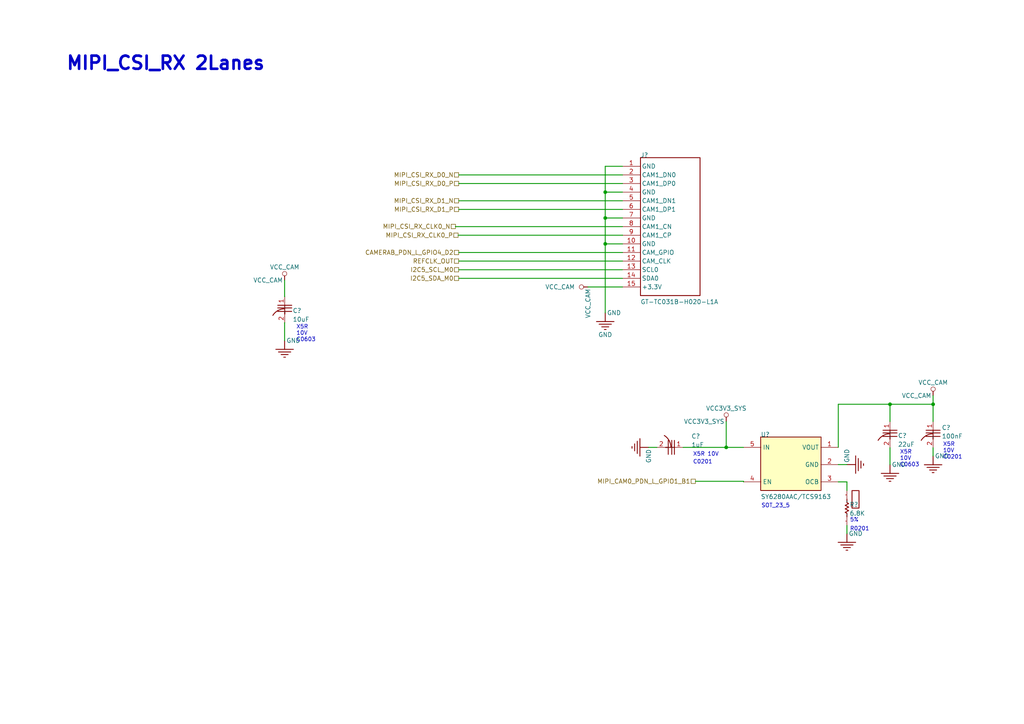
<source format=kicad_sch>
(kicad_sch (version 20230819) (generator eeschema)
  (paper "A4")
  (lib_symbols
    (symbol "cm3568 LPDDR4-altium-import:GND" (power)
      (property "Reference" "#PWR" (at 0 0 0))
      (property "Value" "GND" (at 0 6.35 0))
      (symbol "GND_0_0"
        (polyline (pts (xy -2.54 -2.54) (xy 2.54 -2.54)) (stroke (width 0.254)))
        (polyline (pts (xy -1.778 -3.302) (xy 1.778 -3.302)) (stroke (width 0.254)))
        (polyline (pts (xy -1.016 -4.064) (xy 1.016 -4.064)) (stroke (width 0.254)))
        (polyline (pts (xy -0.254 -4.826) (xy 0.254 -4.826)) (stroke (width 0.254)))
        (polyline (pts (xy 0 0) (xy 0 -2.54)) (stroke (width 0.254)))
        (pin power_in line (at 0 0 0) (length 0) (name "GND") (number ""))
      )
    )
    (symbol "cm3568 LPDDR4-altium-import:VCC3V3_SYS" (power)
      (property "Reference" "#PWR" (at 0 0 0))
      (property "Value" "VCC3V3_SYS" (at 0 3.81 0))
      (symbol "VCC3V3_SYS_0_0"
        (circle (center 0 -1.905) (radius 0.635) (stroke (width 0.127)))
        (polyline (pts (xy 0 0) (xy 0 -1.27)) (stroke (width 0.254)))
        (pin power_in line (at 0 0 0) (length 0) (name "VCC3V3_SYS") (number ""))
      )
    )
    (symbol "cm3568 LPDDR4-altium-import:VCC_CAM" (power)
      (property "Reference" "#PWR" (at 0 0 0))
      (property "Value" "VCC_CAM" (at 0 3.81 0))
      (symbol "VCC_CAM_0_0"
        (circle (center 0 -1.905) (radius 0.635) (stroke (width 0.127)))
        (polyline (pts (xy 0 0) (xy 0 -1.27)) (stroke (width 0.254)))
        (pin power_in line (at 0 0 0) (length 0) (name "VCC_CAM") (number ""))
      )
    )
    (symbol "cm3568 LPDDR4-altium-import:root_0_CSI_CON"
      (symbol "root_0_CSI_CON_1_0"
        (rectangle (start 15 17.5) (end -2.286 -22.5) (stroke (width 0.254)))
        (pin passive line (at -7.5 15 0) (length 5.08) (name "GND") (number "1"))
        (pin passive line (at -7.5 -7.5 0) (length 5.08) (name "GND") (number "10"))
        (pin passive line (at -7.5 -10 0) (length 5.08) (name "CAM_GPIO") (number "11"))
        (pin passive line (at -7.5 -12.5 0) (length 5.08) (name "CAM_CLK") (number "12"))
        (pin passive line (at -7.5 -15 0) (length 5.08) (name "SCL0") (number "13"))
        (pin passive line (at -7.5 -17.5 0) (length 5.08) (name "SDA0") (number "14"))
        (pin passive line (at -7.5 -20 0) (length 5.08) (name "+3.3V") (number "15"))
        (pin passive line (at -7.5 12.5 0) (length 5.08) (name "CAM1_DN0") (number "2"))
        (pin passive line (at -7.5 10 0) (length 5.08) (name "CAM1_DP0") (number "3"))
        (pin passive line (at -7.5 7.5 0) (length 5.08) (name "GND") (number "4"))
        (pin passive line (at -7.5 5 0) (length 5.08) (name "CAM1_DN1") (number "5"))
        (pin passive line (at -7.5 2.5 0) (length 5.08) (name "CAM1_DP1") (number "6"))
        (pin passive line (at -7.5 0 0) (length 5.08) (name "GND") (number "7"))
        (pin passive line (at -7.5 -2.5 0) (length 5.08) (name "CAM1_CN") (number "8"))
        (pin passive line (at -7.5 -5 0) (length 5.08) (name "CAM1_CP") (number "9"))
      )
    )
    (symbol "cm3568 LPDDR4-altium-import:root_0_SY6280AAC/TCS9163"
      (symbol "root_0_SY6280AAC/TCS9163_1_0"
        (rectangle (start 7.5 10.494) (end -10 -5) (stroke (width 0.254) (color 128 0 0 1)) (fill (type background)))
        (pin passive line (at 12.5 7.5 180) (length 5.08) (name "VOUT") (number "1"))
        (pin passive line (at 12.5 2.5 180) (length 5.08) (name "GND") (number "2"))
        (pin power_in line (at 12.5 -2.5 180) (length 5.08) (name "OCB") (number "3"))
        (pin passive line (at -15 -2.5 0) (length 5.08) (name "EN") (number "4"))
        (pin power_in line (at -15 7.5 0) (length 5.08) (name "IN") (number "5"))
      )
    )
    (symbol "cm3568 LPDDR4-altium-import:root_0_mirrored_C0201_1uF"
      (symbol "root_0_mirrored_C0201_1uF_1_0"
        (arc (start -1.5255 -0.5697) (mid -2.132 0.2575) (end -2.9264 0.9065) (stroke (width 0.254)))
        (arc (start -1.016 -2.54) (mid -1.1454 -1.5225) (end -1.5255 -0.5697) (stroke (width 0.254)))
        (polyline (pts (xy -2.54 -2.54) (xy -1.778 -2.54)) (stroke (width 0.254)))
        (polyline (pts (xy -1.778 -0.508) (xy -1.778 -4.572)) (stroke (width 0.254)))
        (polyline (pts (xy -1.016 -2.54) (xy -2.54 -2.54)) (stroke (width 0.254)))
        (polyline (pts (xy -0.762 -4.572) (xy -0.762 -0.508)) (stroke (width 0.254)))
        (polyline (pts (xy 0 -4.572) (xy 0 -0.508)) (stroke (width 0.254)))
        (polyline (pts (xy 0 -2.54) (xy -0.762 -2.54)) (stroke (width 0.254)))
        (pin passive line (at 2.54 -2.54 180) (length 2.54) (name "1") (number "1"))
        (pin passive line (at -5.08 -2.54 0) (length 2.54) (name "2") (number "2"))
      )
    )
    (symbol "cm3568 LPDDR4-altium-import:root_1_R0201_6.8K"
      (symbol "root_1_R0201_6.8K_1_0"
        (polyline (pts (xy 0.04 2.58) (xy 0.04 1.564) (xy 0.548 1.31) (xy -0.468 0.802) (xy 0.548 0.294) (xy -0.468 -0.214) (xy 0.548 -0.722) (xy -0.468 -1.23) (xy 0.04 -1.484) (xy 0.04 -2.5)) (stroke (width 0.254)))
        (rectangle (start 3.556 5.08) (end 1.524 0) (stroke (width 0.254)))
        (pin passive line (at 0.04 -5.04 90) (length 2.54) (name "1") (number "1"))
        (pin passive line (at 0.04 5.12 270) (length 2.54) (name "2") (number "2"))
      )
    )
    (symbol "cm3568 LPDDR4-altium-import:root_3_C0201_100nF"
      (symbol "root_3_C0201_100nF_1_0"
        (arc (start -4.5103 -1.5255) (mid -5.3375 -2.132) (end -5.9865 -2.9264) (stroke (width 0.254)))
        (arc (start -2.54 -1.016) (mid -3.5575 -1.1454) (end -4.5103 -1.5255) (stroke (width 0.254)))
        (polyline (pts (xy -4.572 -0.762) (xy -0.508 -0.762)) (stroke (width 0.254)))
        (polyline (pts (xy -4.572 0) (xy -0.508 0)) (stroke (width 0.254)))
        (polyline (pts (xy -2.54 -2.54) (xy -2.54 -1.778)) (stroke (width 0.254)))
        (polyline (pts (xy -2.54 -1.016) (xy -2.54 -2.54)) (stroke (width 0.254)))
        (polyline (pts (xy -2.54 0) (xy -2.54 -0.762)) (stroke (width 0.254)))
        (polyline (pts (xy -0.508 -1.778) (xy -4.572 -1.778)) (stroke (width 0.254)))
        (pin passive line (at -2.54 2.54 270) (length 2.54) (name "1") (number "1"))
        (pin passive line (at -2.54 -5.08 90) (length 2.54) (name "2") (number "2"))
      )
    )
    (symbol "cm3568 LPDDR4-altium-import:root_3_C0603_10uF"
      (symbol "root_3_C0603_10uF_1_0"
        (arc (start -4.5103 -1.5255) (mid -5.3375 -2.132) (end -5.9865 -2.9264) (stroke (width 0.254)))
        (arc (start -2.54 -1.016) (mid -3.5575 -1.1454) (end -4.5103 -1.5255) (stroke (width 0.254)))
        (polyline (pts (xy -4.572 -0.762) (xy -0.508 -0.762)) (stroke (width 0.254)))
        (polyline (pts (xy -4.572 0) (xy -0.508 0)) (stroke (width 0.254)))
        (polyline (pts (xy -2.54 -2.54) (xy -2.54 -1.778)) (stroke (width 0.254)))
        (polyline (pts (xy -2.54 -1.016) (xy -2.54 -2.54)) (stroke (width 0.254)))
        (polyline (pts (xy -2.54 0) (xy -2.54 -0.762)) (stroke (width 0.254)))
        (polyline (pts (xy -0.508 -1.778) (xy -4.572 -1.778)) (stroke (width 0.254)))
        (pin passive line (at -2.54 2.54 270) (length 2.54) (name "1") (number "1"))
        (pin passive line (at -2.54 -5.08 90) (length 2.54) (name "2") (number "2"))
      )
    )
    (symbol "cm3568 LPDDR4-altium-import:root_3_C0603_22uF_10V"
      (symbol "root_3_C0603_22uF_10V_1_0"
        (arc (start -4.5103 -1.5255) (mid -5.3375 -2.132) (end -5.9865 -2.9264) (stroke (width 0.254)))
        (arc (start -2.54 -1.016) (mid -3.5575 -1.1454) (end -4.5103 -1.5255) (stroke (width 0.254)))
        (polyline (pts (xy -4.572 -0.762) (xy -0.508 -0.762)) (stroke (width 0.254)))
        (polyline (pts (xy -4.572 0) (xy -0.508 0)) (stroke (width 0.254)))
        (polyline (pts (xy -2.54 -2.54) (xy -2.54 -1.778)) (stroke (width 0.254)))
        (polyline (pts (xy -2.54 -1.016) (xy -2.54 -2.54)) (stroke (width 0.254)))
        (polyline (pts (xy -2.54 0) (xy -2.54 -0.762)) (stroke (width 0.254)))
        (polyline (pts (xy -0.508 -1.778) (xy -4.572 -1.778)) (stroke (width 0.254)))
        (pin passive line (at -2.54 2.54 270) (length 2.54) (name "1") (number "1"))
        (pin passive line (at -2.54 -5.08 90) (length 2.54) (name "2") (number "2"))
      )
    )
  )
  (junction (at 175.546 70.732))
  (junction (at 210.638 129.756))
  (junction (at 175.546 55.732))
  (junction (at 175.546 63.232))
  (junction (at 270.638 117.256))
  (junction (at 258.138 117.256))
  (wire (pts (xy 180.546 75.732) (xy 133.046 75.732)) (stroke (width 0.254)))
  (wire (pts (xy 180.546 55.732) (xy 175.546 55.732)) (stroke (width 0.254)))
  (wire (pts (xy 188.138 129.756) (xy 190.518 129.756)) (stroke (width 0.254)))
  (wire (pts (xy 180.546 68.232) (xy 180.546 68.224)) (stroke (width 0.254)))
  (wire (pts (xy 270.638 117.256) (xy 270.638 114.756)) (stroke (width 0.254)))
  (wire (pts (xy 180.546 50.732) (xy 133.046 50.732)) (stroke (width 0.254)))
  (wire (pts (xy 245.638 139.756) (xy 245.638 142.256)) (stroke (width 0.254)))
  (wire (pts (xy 180.546 63.232) (xy 175.546 63.232)) (stroke (width 0.254)))
  (wire (pts (xy 215.638 129.756) (xy 210.638 129.756)) (stroke (width 0.254)))
  (wire (pts (xy 245.638 134.756) (xy 243.138 134.756)) (stroke (width 0.254)))
  (wire (pts (xy 180.546 70.732) (xy 175.546 70.732)) (stroke (width 0.254)))
  (wire (pts (xy 180.546 78.232) (xy 133.046 78.232)) (stroke (width 0.254)))
  (wire (pts (xy 270.638 117.256) (xy 270.638 122.256)) (stroke (width 0.254)))
  (wire (pts (xy 258.138 129.876) (xy 258.138 134.756)) (stroke (width 0.254)))
  (wire (pts (xy 82.55 86.004) (xy 82.588 86.004)) (stroke (width 0.254)))
  (wire (pts (xy 258.138 117.256) (xy 243.138 117.256)) (stroke (width 0.254)))
  (wire (pts (xy 210.638 129.756) (xy 198.138 129.756)) (stroke (width 0.254)))
  (wire (pts (xy 175.546 70.732) (xy 175.546 90.732)) (stroke (width 0.254)))
  (wire (pts (xy 132.118 65.732) (xy 132.118 65.684)) (stroke (width 0.254)))
  (wire (pts (xy 180.546 58.232) (xy 133.046 58.232)) (stroke (width 0.254)))
  (wire (pts (xy 82.55 93.624) (xy 82.588 93.624)) (stroke (width 0.254)))
  (wire (pts (xy 82.55 81.28) (xy 82.55 86.004)) (stroke (width 0.254)))
  (wire (pts (xy 175.546 63.232) (xy 175.546 70.732)) (stroke (width 0.254)))
  (wire (pts (xy 175.546 55.732) (xy 175.546 63.232)) (stroke (width 0.254)))
  (wire (pts (xy 180.546 73.232) (xy 133.046 73.232)) (stroke (width 0.254)))
  (wire (pts (xy 210.638 122.256) (xy 210.638 129.756)) (stroke (width 0.254)))
  (wire (pts (xy 180.546 80.732) (xy 133.046 80.732)) (stroke (width 0.254)))
  (wire (pts (xy 175.546 48.232) (xy 175.546 55.732)) (stroke (width 0.254)))
  (wire (pts (xy 180.546 48.232) (xy 175.546 48.232)) (stroke (width 0.254)))
  (wire (pts (xy 243.138 139.756) (xy 245.638 139.756)) (stroke (width 0.254)))
  (wire (pts (xy 270.638 129.876) (xy 270.638 132.256)) (stroke (width 0.254)))
  (wire (pts (xy 180.546 83.232) (xy 170.546 83.232)) (stroke (width 0.254)))
  (wire (pts (xy 180.546 68.224) (xy 132.88 68.224)) (stroke (width 0.254)))
  (wire (pts (xy 215.638 139.598) (xy 201.714 139.598)) (stroke (width 0.254)))
  (wire (pts (xy 180.546 60.732) (xy 133.046 60.732)) (stroke (width 0.254)))
  (wire (pts (xy 82.55 98.78) (xy 82.55 93.624)) (stroke (width 0.254)))
  (wire (pts (xy 180.546 65.732) (xy 132.118 65.732)) (stroke (width 0.254)))
  (wire (pts (xy 243.138 117.256) (xy 243.138 129.756)) (stroke (width 0.254)))
  (wire (pts (xy 270.638 117.256) (xy 258.138 117.256)) (stroke (width 0.254)))
  (wire (pts (xy 258.138 122.256) (xy 258.138 117.256)) (stroke (width 0.254)))
  (wire (pts (xy 180.546 53.232) (xy 133.046 53.232)) (stroke (width 0.254)))
  (wire (pts (xy 245.638 154.756) (xy 245.638 152.416)) (stroke (width 0.254)))
  (wire (pts (xy 215.638 139.756) (xy 215.638 139.598)) (stroke (width 0.254)))
  (text_box "X5R 10V" (at 210.114 130.05 0) (size -10 2.892) (stroke (width -0.0001) (color 0 0 0 1)) (effects (font (size 1.143 1.143)) (justify left top)))
  (text_box "X5R\n10V\nC0603" (at 267.634 129.428 0) (size -7.5 8.138) (stroke (width -0.0001) (color 0 0 0 1)) (effects (font (size 1.143 1.143)) (justify left top)))
  (text_box "C0201" (at 212.614 132.296 0) (size -12.5 3.048) (stroke (width -0.0001) (color 0 0 0 1)) (effects (font (size 1.143 1.143)) (justify left top)))
  (text_box "SOT_23_5" (at 232.426 144.996 0) (size -12.5 3.44) (stroke (width -0.0001) (color 0 0 0 1)) (effects (font (size 1.143 1.143)) (justify left top)))
  (text_box "MIPI_CSI_RX 2Lanes" (at 115.546 13.136 0) (size -99.422 10.16) (stroke (width -0.0001) (color 0 0 0 1)) (effects (font (size 3.81 3.81) bold) (justify left top)))
  (text_box "R0201" (at 253.138 151.708 0) (size -7.5 3.048) (stroke (width -0.0001) (color 0 0 0 1)) (effects (font (size 1.143 1.143)) (justify left top)))
  (text_box "X5R\n10V\nC0603" (at 92.55 93.142 0) (size -7.5 8.138) (stroke (width -0.0001) (color 0 0 0 1)) (effects (font (size 1.143 1.143)) (justify left top)))
  (text_box "X5R\n10V\nC0201" (at 280.114 127.206 0) (size -7.5 8.138) (stroke (width -0.0001) (color 0 0 0 1)) (effects (font (size 1.143 1.143)) (justify left top)))
  (text_box "5%" (at 250.638 149.118 0) (size -5 3.138) (stroke (width -0.0001) (color 0 0 0 1)) (effects (font (size 1.143 1.143)) (justify left top)))
  (hierarchical_label "I2C5_SCL_M0" (shape passive) (at 133.046 78.232 180))
  (hierarchical_label "MIPI_CAM0_PDN_L_GPIO1_B1" (shape passive) (at 201.714 139.598 180))
  (hierarchical_label "I2C5_SDA_M0" (shape passive) (at 133.046 80.732 180))
  (hierarchical_label "MIPI_CSI_RX_D1_P" (shape passive) (at 133.046 60.732 180))
  (hierarchical_label "MIPI_CSI_RX_D0_N" (shape passive) (at 133.046 50.732 180))
  (hierarchical_label "MIPI_CSI_RX_D0_P" (shape passive) (at 133.046 53.232 180))
  (hierarchical_label "REFCLK_OUT" (shape passive) (at 133.046 75.732 180))
  (hierarchical_label "MIPI_CSI_RX_CLK0_P" (shape passive) (at 132.88 68.224 180))
  (hierarchical_label "MIPI_CSI_RX_D1_N" (shape passive) (at 133.046 58.232 180))
  (hierarchical_label "CAMERAB_PDN_L_GPIO4_D2" (shape passive) (at 133.046 73.232 180))
  (hierarchical_label "MIPI_CSI_RX_CLK0_N" (shape passive) (at 132.118 65.684 180))
  (symbol (lib_id "cm3568 LPDDR4-altium-import:VCC_CAM") (at 270.638 114.756 180) (unit 1)
    (property "Reference" "#PWR0252" (effects hide))
    (property "Value" "VCC_CAM" (at 270.638 110.946 0))
    (instances (project "CM3568" (path "" (reference "#PWR0252") (unit 1))) (project "cm3568 LPDDR4" (path "" (reference "#PWR?") (unit 1))))
  )
  (symbol (lib_id "cm3568 LPDDR4-altium-import:root_0_mirrored_C0201_1uF") (at 195.598 127.216 0) (unit 1)
    (property "Reference" "C?" (at 200.518 127.256 0) (effects (justify left bottom)))
    (property "Value" "1uF" (at 200.518 129.756 0) (effects (justify left bottom)))
    (property "Footprint" "C0201" (effects hide))
    (instances (project "CM3568" (path "" (reference "C?") (unit 1))) (project "cm3568 LPDDR4" (path "" (reference "C90258") (unit 1))))
  )
  (symbol (lib_id "cm3568 LPDDR4-altium-import:GND") (at 188.138 129.756 270) (unit 1)
    (property "Reference" "#PWR0247" (effects hide))
    (property "Value" "GND" (effects hide))
    (instances (project "CM3568" (path "" (reference "#PWR0247") (unit 1))) (project "cm3568 LPDDR4" (path "" (reference "#PWR?") (unit 1))))
  )
  (symbol (lib_id "cm3568 LPDDR4-altium-import:GND") (at 245.638 154.756 0) (unit 1)
    (property "Reference" "#PWR0250" (effects hide))
    (property "Value" "GND" (effects hide))
    (instances (project "CM3568" (path "" (reference "#PWR0250") (unit 1))) (project "cm3568 LPDDR4" (path "" (reference "#PWR?") (unit 1))))
  )
  (symbol (lib_id "cm3568 LPDDR4-altium-import:root_1_R0201_6.8K") (at 245.598 147.376 0) (unit 1)
    (property "Reference" "R?" (at 246.4 147.082 0) (effects (justify left bottom)))
    (property "Value" "6.8K" (at 246.4 149.622 0) (effects (justify left bottom)))
    (property "Footprint" "R0201" (effects hide))
    (property "ALTIUM_VALUE" "6.8K" (effects hide))
    (instances (project "CM3568" (path "" (reference "R?") (unit 1))) (project "cm3568 LPDDR4" (path "" (reference "R90506") (unit 1))))
  )
  (symbol (lib_id "cm3568 LPDDR4-altium-import:root_3_C0603_10uF") (at 85.128 88.544 0) (unit 1)
    (property "Reference" "C?" (at 84.874 90.83 0) (effects (justify left bottom)))
    (property "Value" "10uF" (at 84.874 93.37 0) (effects (justify left bottom)))
    (property "Footprint" "C0603" (effects hide))
    (instances (project "CM3568" (path "" (reference "C?") (unit 1))) (project "cm3568 LPDDR4" (path "" (reference "C49") (unit 1))))
  )
  (symbol (lib_id "cm3568 LPDDR4-altium-import:VCC_CAM") (at 82.55 81.28 180) (unit 1)
    (property "Reference" "#PWR0243" (effects hide))
    (property "Value" "VCC_CAM" (at 82.55 77.47 0))
    (instances (project "CM3568" (path "" (reference "#PWR0243") (unit 1))) (project "cm3568 LPDDR4" (path "" (reference "#PWR?") (unit 1))))
  )
  (symbol (lib_id "cm3568 LPDDR4-altium-import:GND") (at 175.546 90.732 0) (unit 1)
    (property "Reference" "#PWR0246" (effects hide))
    (property "Value" "GND" (at 175.546 97.082 0))
    (instances (project "CM3568" (path "" (reference "#PWR0246") (unit 1))) (project "cm3568 LPDDR4" (path "" (reference "#PWR?") (unit 1))))
  )
  (symbol (lib_id "cm3568 LPDDR4-altium-import:GND") (at 245.638 134.756 90) (unit 1)
    (property "Reference" "#PWR0249" (effects hide))
    (property "Value" "GND" (effects hide))
    (instances (project "CM3568" (path "" (reference "#PWR0249") (unit 1))) (project "cm3568 LPDDR4" (path "" (reference "#PWR?") (unit 1))))
  )
  (symbol (lib_id "cm3568 LPDDR4-altium-import:root_0_SY6280AAC/TCS9163") (at 230.638 137.256 0) (unit 1)
    (property "Reference" "U?" (at 220.638 126.762 0) (effects (justify left bottom)))
    (property "Value" "SY6280AAC/TCS9163" (at 220.638 144.796 0) (effects (justify left bottom)))
    (property "Footprint" "SOT_23_5" (effects hide))
    (instances (project "CM3568" (path "" (reference "U?") (unit 1))) (project "cm3568 LPDDR4" (path "" (reference "U90042") (unit 1))))
  )
  (symbol (lib_id "cm3568 LPDDR4-altium-import:VCC3V3_SYS") (at 210.638 122.256 180) (unit 1)
    (property "Reference" "#PWR0248" (effects hide))
    (property "Value" "VCC3V3_SYS" (at 210.638 118.446 0))
    (instances (project "CM3568" (path "" (reference "#PWR0248") (unit 1))) (project "cm3568 LPDDR4" (path "" (reference "#PWR?") (unit 1))))
  )
  (symbol (lib_id "cm3568 LPDDR4-altium-import:root_3_C0201_100nF") (at 273.178 124.796 0) (unit 1)
    (property "Reference" "C?" (at 273.138 124.756 0) (effects (justify left bottom)))
    (property "Value" "100nF" (at 273.138 127.256 0) (effects (justify left bottom)))
    (property "Footprint" "C0201" (effects hide))
    (instances (project "CM3568" (path "" (reference "C?") (unit 1))) (project "cm3568 LPDDR4" (path "" (reference "C90259") (unit 1))))
  )
  (symbol (lib_id "cm3568 LPDDR4-altium-import:GND") (at 82.55 98.78 0) (unit 1)
    (property "Reference" "#PWR0244" (effects hide))
    (property "Value" "GND" (effects hide))
    (instances (project "CM3568" (path "" (reference "#PWR0244") (unit 1))) (project "cm3568 LPDDR4" (path "" (reference "#PWR?") (unit 1))))
  )
  (symbol (lib_id "cm3568 LPDDR4-altium-import:GND") (at 270.638 132.256 0) (unit 1)
    (property "Reference" "#PWR0253" (effects hide))
    (property "Value" "GND" (effects hide))
    (instances (project "CM3568" (path "" (reference "#PWR0253") (unit 1))) (project "cm3568 LPDDR4" (path "" (reference "#PWR?") (unit 1))))
  )
  (symbol (lib_id "cm3568 LPDDR4-altium-import:VCC_CAM") (at 170.546 83.232 270) (unit 1)
    (property "Reference" "#PWR0245" (effects hide))
    (property "Value" "VCC_CAM" (at 166.736 83.232 90) (effects (justify right)))
    (instances (project "CM3568" (path "" (reference "#PWR0245") (unit 1))) (project "cm3568 LPDDR4" (path "" (reference "#PWR?") (unit 1))))
  )
  (symbol (lib_id "cm3568 LPDDR4-altium-import:root_3_C0603_22uF_10V") (at 260.678 124.796 0) (unit 1)
    (property "Reference" "C?" (at 260.424 127.082 0) (effects (justify left bottom)))
    (property "Value" "22uF" (at 260.424 129.622 0) (effects (justify left bottom)))
    (property "Footprint" "C0603" (effects hide))
    (instances (project "CM3568" (path "" (reference "C?") (unit 1))) (project "cm3568 LPDDR4" (path "" (reference "C90260") (unit 1))))
  )
  (symbol (lib_id "cm3568 LPDDR4-altium-import:root_0_CSI_CON") (at 188.046 63.232 0) (unit 1)
    (property "Reference" "J?" (at 185.76 45.732 0) (effects (justify left bottom)))
    (property "Value" "GT-TC031B-H020-L1A" (at 185.76 88.272 0) (effects (justify left bottom)))
    (property "Footprint" "CSI_CON" (effects hide))
    (instances (project "CM3568" (path "" (reference "J?") (unit 1))) (project "cm3568 LPDDR4" (path "" (reference "J9511") (unit 1))))
  )
  (symbol (lib_id "cm3568 LPDDR4-altium-import:GND") (at 258.138 134.756 0) (unit 1)
    (property "Reference" "#PWR0251" (effects hide))
    (property "Value" "GND" (effects hide))
    (instances (project "CM3568" (path "" (reference "#PWR0251") (unit 1))) (project "cm3568 LPDDR4" (path "" (reference "#PWR?") (unit 1))))
  )
)
</source>
